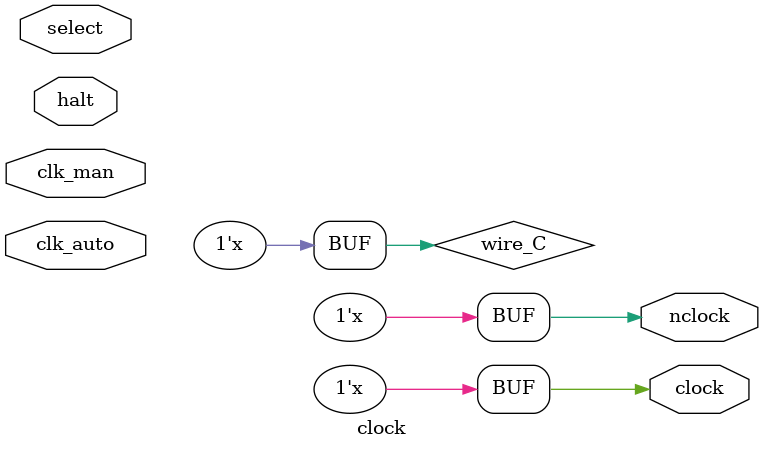
<source format=v>
module clock(
	input clk_auto, clk_man, select, halt,
	output reg clock, nclock
);

reg wire_A;
reg wire_B;
reg wire_C;
reg wire_D;

always@(*)
begin
	wire_A <= ~(clk_auto & select);
	wire_B <= ~(clk_man & ~select);
	wire_C <= ~(wire_A & wire_B);
	wire_D <= ~(wire_C & ~halt);
	clock <= ~wire_D;
	nclock <= wire_D;
end
endmodule 
</source>
